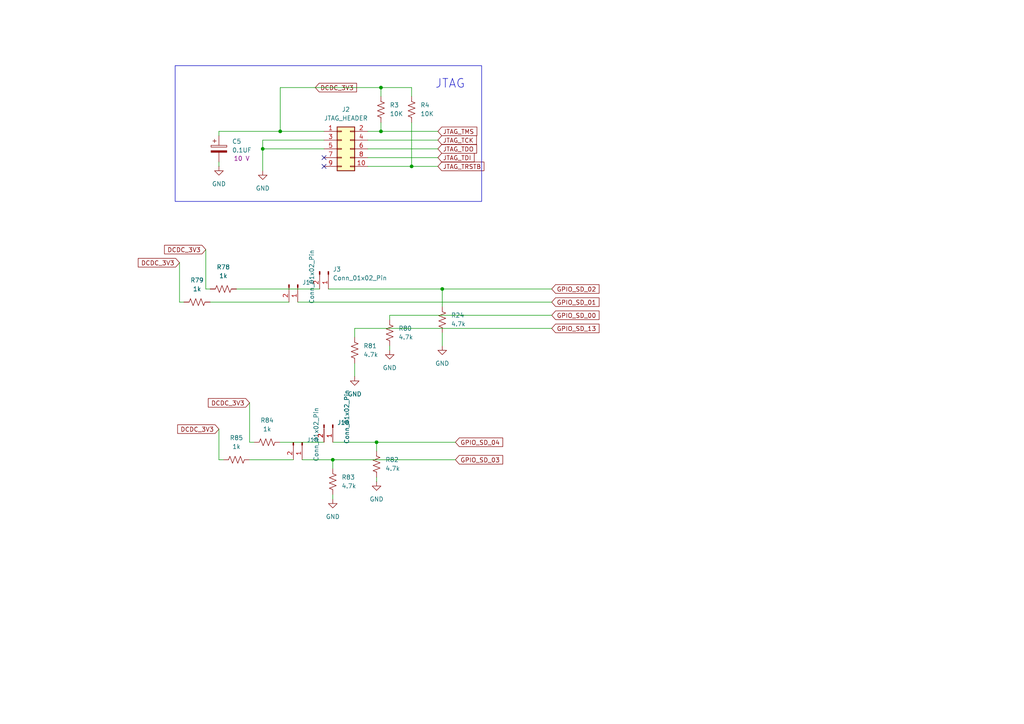
<source format=kicad_sch>
(kicad_sch (version 20231120) (generator "eeschema") (generator_version "8.0")
  (paper "A4")
  (lib_symbols
    (symbol "Connector:Conn_01x02_Pin" (pin_names (offset 1.016) hide)
      (property "Reference" "J" (at 0 2.54 0))
      (property "Value" "Conn_01x02_Pin" (at 0 -5.08 0))
      (symbol "Conn_01x02_Pin_1_1"
        (polyline (pts (xy 1.27 -2.54) (xy 0.8636 -2.54)) (stroke (width 0.1524)))
        (polyline (pts (xy 1.27 0) (xy 0.8636 0)) (stroke (width 0.1524)))
        (rectangle (start 0.8636 -2.413) (end 0 -2.667) (stroke (width 0.1524)) (fill (type outline)))
        (rectangle (start 0.8636 0.127) (end 0 -0.127) (stroke (width 0.1524)) (fill (type outline)))
        (pin passive line (at 5.08 0 180) (length 3.81) (name "Pin_1") (number "1"))
        (pin passive line (at 5.08 -2.54 180) (length 3.81) (name "Pin_2") (number "2"))
      )
    )
    (symbol "Connector_Generic:Conn_02x05_Odd_Even" (pin_names (offset 1.016) hide)
      (property "Reference" "J" (at 1.27 7.62 0))
      (property "Value" "Conn_02x05_Odd_Even" (at 1.27 -7.62 0))
      (symbol "Conn_02x05_Odd_Even_1_1"
        (rectangle (start -1.27 -4.953) (end 0 -5.207) (stroke (width 0.1524)))
        (rectangle (start -1.27 -2.413) (end 0 -2.667) (stroke (width 0.1524)))
        (rectangle (start -1.27 0.127) (end 0 -0.127) (stroke (width 0.1524)))
        (rectangle (start -1.27 2.667) (end 0 2.413) (stroke (width 0.1524)))
        (rectangle (start -1.27 5.207) (end 0 4.953) (stroke (width 0.1524)))
        (rectangle (start -1.27 6.35) (end 3.81 -6.35) (stroke (width 0.254)) (fill (type background)))
        (rectangle (start 3.81 -4.953) (end 2.54 -5.207) (stroke (width 0.1524)))
        (rectangle (start 3.81 -2.413) (end 2.54 -2.667) (stroke (width 0.1524)))
        (rectangle (start 3.81 0.127) (end 2.54 -0.127) (stroke (width 0.1524)))
        (rectangle (start 3.81 2.667) (end 2.54 2.413) (stroke (width 0.1524)))
        (rectangle (start 3.81 5.207) (end 2.54 4.953) (stroke (width 0.1524)))
        (pin passive line (at -5.08 5.08 0) (length 3.81) (name "Pin_1") (number "1"))
        (pin passive line (at 7.62 -5.08 180) (length 3.81) (name "Pin_10") (number "10"))
        (pin passive line (at 7.62 5.08 180) (length 3.81) (name "Pin_2") (number "2"))
        (pin passive line (at -5.08 2.54 0) (length 3.81) (name "Pin_3") (number "3"))
        (pin passive line (at 7.62 2.54 180) (length 3.81) (name "Pin_4") (number "4"))
        (pin passive line (at -5.08 0 0) (length 3.81) (name "Pin_5") (number "5"))
        (pin passive line (at 7.62 0 180) (length 3.81) (name "Pin_6") (number "6"))
        (pin passive line (at -5.08 -2.54 0) (length 3.81) (name "Pin_7") (number "7"))
        (pin passive line (at 7.62 -2.54 180) (length 3.81) (name "Pin_8") (number "8"))
        (pin passive line (at -5.08 -5.08 0) (length 3.81) (name "Pin_9") (number "9"))
      )
    )
    (symbol "Device:C_Polarized" (pin_numbers hide) (pin_names (offset 0.254))
      (property "Reference" "C" (at 0.635 2.54 0))
      (property "Value" "C_Polarized" (at 0.635 -2.54 0))
      (symbol "C_Polarized_0_1"
        (rectangle (start -2.286 0.508) (end 2.286 1.016))
        (polyline (pts (xy -1.778 2.286) (xy -0.762 2.286)))
        (polyline (pts (xy -1.27 2.794) (xy -1.27 1.778)))
        (rectangle (start 2.286 -0.508) (end -2.286 -1.016) (fill (type outline)))
      )
      (symbol "C_Polarized_1_1"
        (pin passive line (at 0 3.81 270) (length 2.794) (name "~") (number "1"))
        (pin passive line (at 0 -3.81 90) (length 2.794) (name "~") (number "2"))
      )
    )
    (symbol "Device:R_US" (pin_numbers hide) (pin_names (offset 0))
      (property "Reference" "R" (at 2.54 0 90))
      (property "Value" "R_US" (at -2.54 0 90))
      (symbol "R_US_0_1"
        (polyline (pts (xy 0 -2.286) (xy 0 -2.54)))
        (polyline (pts (xy 0 2.286) (xy 0 2.54)))
        (polyline (pts (xy 0 -0.762) (xy 1.016 -1.143) (xy 0 -1.524) (xy -1.016 -1.905) (xy 0 -2.286)))
        (polyline (pts (xy 0 0.762) (xy 1.016 0.381) (xy 0 0) (xy -1.016 -0.381) (xy 0 -0.762)))
        (polyline (pts (xy 0 2.286) (xy 1.016 1.905) (xy 0 1.524) (xy -1.016 1.143) (xy 0 0.762)))
      )
      (symbol "R_US_1_1"
        (pin passive line (at 0 3.81 270) (length 1.27) (name "~") (number "1"))
        (pin passive line (at 0 -3.81 90) (length 1.27) (name "~") (number "2"))
      )
    )
    (symbol "power:GND" (power) (pin_numbers hide) (pin_names (offset 0) hide)
      (property "Value" "GND" (at 0 -3.81 0))
      (symbol "GND_0_1"
        (polyline (pts (xy 0 0) (xy 0 -1.27) (xy 1.27 -1.27) (xy 0 -2.54) (xy -1.27 -1.27) (xy 0 -1.27)))
      )
      (symbol "GND_1_1"
        (pin power_in line (at 0 0 270) (length 0) (name "~") (number "1"))
      )
    )
  )
  (junction (at 110.49 38.1))
  (junction (at 110.49 25.4))
  (junction (at 76.2 43.18))
  (junction (at 96.52 133.35))
  (junction (at 81.28 38.1))
  (junction (at 119.38 48.26))
  (junction (at 109.22 128.27))
  (junction (at 128.27 83.82))
  (no_connect (at 93.98 48.26))
  (no_connect (at 93.98 45.72))
  (wire (pts (xy 72.39 128.27) (xy 73.66 128.27)))
  (wire (pts (xy 119.38 27.94) (xy 119.38 25.4)))
  (wire (pts (xy 52.07 76.2) (xy 52.07 87.63)))
  (wire (pts (xy 128.27 96.52) (xy 128.27 100.33)))
  (wire (pts (xy 63.5 133.35) (xy 64.77 133.35)))
  (wire (pts (xy 76.2 40.64) (xy 76.2 43.18)))
  (wire (pts (xy 68.58 83.82) (xy 92.71 83.82)))
  (wire (pts (xy 63.5 38.1) (xy 63.5 39.37)))
  (wire (pts (xy 102.87 105.41) (xy 102.87 109.22)))
  (wire (pts (xy 72.39 116.84) (xy 72.39 128.27)))
  (wire (pts (xy 110.49 27.94) (xy 110.49 25.4)))
  (wire (pts (xy 87.63 133.35) (xy 96.52 133.35)))
  (wire (pts (xy 128.27 83.82) (xy 160.02 83.82)))
  (wire (pts (xy 106.68 48.26) (xy 119.38 48.26)))
  (wire (pts (xy 96.52 133.35) (xy 96.52 135.89)))
  (wire (pts (xy 113.03 100.33) (xy 113.03 101.6)))
  (wire (pts (xy 72.39 133.35) (xy 85.09 133.35)))
  (wire (pts (xy 102.87 97.79) (xy 102.87 95.25)))
  (wire (pts (xy 110.49 35.56) (xy 110.49 38.1)))
  (wire (pts (xy 93.98 43.18) (xy 76.2 43.18)))
  (wire (pts (xy 106.68 38.1) (xy 110.49 38.1)))
  (wire (pts (xy 119.38 48.26) (xy 127 48.26)))
  (wire (pts (xy 160.02 91.44) (xy 113.03 91.44)))
  (wire (pts (xy 96.52 143.51) (xy 96.52 144.78)))
  (wire (pts (xy 102.87 95.25) (xy 160.02 95.25)))
  (wire (pts (xy 59.69 72.39) (xy 59.69 83.82)))
  (wire (pts (xy 59.69 83.82) (xy 60.96 83.82)))
  (wire (pts (xy 63.5 46.99) (xy 63.5 48.26)))
  (wire (pts (xy 96.52 128.27) (xy 109.22 128.27)))
  (wire (pts (xy 76.2 43.18) (xy 76.2 49.53)))
  (wire (pts (xy 113.03 91.44) (xy 113.03 92.71)))
  (wire (pts (xy 109.22 128.27) (xy 132.08 128.27)))
  (wire (pts (xy 109.22 138.43) (xy 109.22 139.7)))
  (wire (pts (xy 81.28 25.4) (xy 81.28 38.1)))
  (wire (pts (xy 95.25 83.82) (xy 128.27 83.82)))
  (wire (pts (xy 63.5 124.46) (xy 63.5 133.35)))
  (wire (pts (xy 93.98 38.1) (xy 81.28 38.1)))
  (wire (pts (xy 106.68 43.18) (xy 127 43.18)))
  (wire (pts (xy 60.96 87.63) (xy 83.82 87.63)))
  (wire (pts (xy 81.28 38.1) (xy 63.5 38.1)))
  (wire (pts (xy 81.28 128.27) (xy 93.98 128.27)))
  (wire (pts (xy 119.38 25.4) (xy 110.49 25.4)))
  (wire (pts (xy 86.36 87.63) (xy 160.02 87.63)))
  (wire (pts (xy 110.49 25.4) (xy 81.28 25.4)))
  (wire (pts (xy 106.68 40.64) (xy 127 40.64)))
  (wire (pts (xy 128.27 83.82) (xy 128.27 88.9)))
  (wire (pts (xy 93.98 40.64) (xy 76.2 40.64)))
  (wire (pts (xy 106.68 45.72) (xy 127 45.72)))
  (wire (pts (xy 110.49 38.1) (xy 127 38.1)))
  (wire (pts (xy 96.52 133.35) (xy 132.08 133.35)))
  (wire (pts (xy 109.22 128.27) (xy 109.22 130.81)))
  (wire (pts (xy 119.38 35.56) (xy 119.38 48.26)))
  (wire (pts (xy 52.07 87.63) (xy 53.34 87.63)))
  (rectangle (start 50.8 19.05) (end 139.7 58.42))
  (text "JTAG" (at 130.556 24.384 0) (effects (font (size 2.54 2.54))))
  (global_label "DCDC_3V3" (shape input) (at 52.07 76.2 180) (property "Intersheetrefs" "${INTERSHEET_REFS}" (effects (hide yes))))
  (global_label "JTAG_TDI" (shape input) (at 127 45.72 0) (property "Intersheetrefs" "${INTERSHEET_REFS}" (effects (hide yes))))
  (global_label "GPIO_SD_03" (shape input) (at 132.08 133.35 0) (property "Intersheetrefs" "${INTERSHEET_REFS}" (effects (hide yes))))
  (global_label "GPIO_SD_13" (shape input) (at 160.02 95.25 0) (property "Intersheetrefs" "${INTERSHEET_REFS}" (effects (hide yes))))
  (global_label "GPIO_SD_04" (shape input) (at 132.08 128.27 0) (property "Intersheetrefs" "${INTERSHEET_REFS}" (effects (hide yes))))
  (global_label "GPIO_SD_00" (shape input) (at 160.02 91.44 0) (property "Intersheetrefs" "${INTERSHEET_REFS}" (effects (hide yes))))
  (global_label "DCDC_3V3" (shape input) (at 63.5 124.46 180) (property "Intersheetrefs" "${INTERSHEET_REFS}" (effects (hide yes))))
  (global_label "JTAG_TDO" (shape input) (at 127 43.18 0) (property "Intersheetrefs" "${INTERSHEET_REFS}" (effects (hide yes))))
  (global_label "GPIO_SD_01" (shape input) (at 160.02 87.63 0) (property "Intersheetrefs" "${INTERSHEET_REFS}" (effects (hide yes))))
  (global_label "DCDC_3V3" (shape input) (at 72.39 116.84 180) (property "Intersheetrefs" "${INTERSHEET_REFS}" (effects (hide yes))))
  (global_label "JTAG_TRSTB" (shape input) (at 127 48.26 0) (property "Intersheetrefs" "${INTERSHEET_REFS}" (effects (hide yes))))
  (global_label "DCDC_3V3" (shape input) (at 59.69 72.39 180) (property "Intersheetrefs" "${INTERSHEET_REFS}" (effects (hide yes))))
  (global_label "DCDC_3V3" (shape input) (at 91.44 25.4 0) (property "Intersheetrefs" "${INTERSHEET_REFS}" (effects (hide yes))))
  (global_label "JTAG_TCK" (shape input) (at 127 40.64 0) (property "Intersheetrefs" "${INTERSHEET_REFS}" (effects (hide yes))))
  (global_label "GPIO_SD_02" (shape input) (at 160.02 83.82 0) (property "Intersheetrefs" "${INTERSHEET_REFS}" (effects (hide yes))))
  (global_label "JTAG_TMS" (shape input) (at 127 38.1 0) (property "Intersheetrefs" "${INTERSHEET_REFS}" (effects (hide yes))))
  (symbol (lib_id "Device:R_US") (at 77.47 128.27 90) (unit 1)
    (property "Reference" "R84" (at 77.47 121.92 90))
    (property "Value" "1k" (at 77.47 124.46 90))
    (property "Description" "Resistor, US symbol" (effects (hide yes)))
  )
  (symbol (lib_id "Connector:Conn_01x02_Pin") (at 86.36 82.55 270) (unit 1)
    (property "Reference" "J14" (at 87.63 81.9149 90) (effects (justify left)))
    (property "Value" "Conn_01x02_Pin" (at 90.424 72.39 0) (effects (justify left)))
    (property "Description" "Generic connector, single row, 01x02, script generated" (effects (hide yes)))
  )
  (symbol (lib_id "Device:R_US") (at 110.49 31.75 0) (unit 1)
    (property "Reference" "R3" (at 113.03 30.4799 0) (effects (justify left)))
    (property "Value" "10K" (at 113.03 33.0199 0) (effects (justify left)))
    (property "Footprint" "Resistor_SMD:R_0402_1005Metric" (effects (hide yes)))
    (property "Description" "Resistor, US symbol" (effects (hide yes)))
  )
  (symbol (lib_id "Device:R_US") (at 96.52 139.7 0) (unit 1)
    (property "Reference" "R83" (at 99.06 138.4299 0) (effects (justify left)))
    (property "Value" "4.7k" (at 99.06 140.9699 0) (effects (justify left)))
    (property "Description" "Resistor, US symbol" (effects (hide yes)))
  )
  (symbol (lib_id "Connector:Conn_01x02_Pin") (at 87.63 128.27 270) (unit 1)
    (property "Reference" "J15" (at 88.9 127.6349 90) (effects (justify left)))
    (property "Value" "Conn_01x02_Pin" (at 91.694 118.11 0) (effects (justify left)))
    (property "Description" "Generic connector, single row, 01x02, script generated" (effects (hide yes)))
  )
  (symbol (lib_id "Device:C_Polarized") (at 63.5 43.18 0) (unit 1)
    (property "Reference" "C5" (at 67.31 41.0209 0) (effects (justify left)))
    (property "Value" "0.1UF" (at 67.31 43.5609 0) (effects (justify left)))
    (property "Footprint" "Capacitor_SMD:C_0402_1005Metric" (effects (hide yes)))
    (property "Description" "Polarized capacitor" (effects (hide yes)))
    (property "Value2" "10 V" (at 70.104 45.974 0))
    (property "MANUFACTURER" "CC0402KRX5R6BB104" (effects (hide yes)))
  )
  (symbol (lib_id "Connector_Generic:Conn_02x05_Odd_Even") (at 99.06 43.18 0) (unit 1)
    (property "Reference" "J2" (at 100.33 31.75 0))
    (property "Value" "JTAG_HEADER" (at 100.33 34.29 0))
    (property "Description" "Generic connector, double row, 02x05, odd/even pin numbering scheme (row 1 odd numbers, row 2 even numbers), script generated (kicad-library-utils/schlib/autogen/connector/)" (effects (hide yes)))
  )
  (symbol (lib_id "Device:R_US") (at 119.38 31.75 0) (unit 1)
    (property "Reference" "R4" (at 121.92 30.4799 0) (effects (justify left)))
    (property "Value" "10K" (at 121.92 33.0199 0) (effects (justify left)))
    (property "Footprint" "Resistor_SMD:R_0402_1005Metric" (effects (hide yes)))
    (property "Description" "Resistor, US symbol" (effects (hide yes)))
  )
  (symbol (lib_id "power:GND") (at 102.87 109.22 0) (unit 1)
    (property "Reference" "#PWR032" (effects (hide yes)))
    (property "Value" "GND" (at 102.87 114.3 0))
    (property "Description" "Power symbol creates a global label with name \"GND\" , ground" (effects (hide yes)))
  )
  (symbol (lib_id "Device:R_US") (at 102.87 101.6 0) (unit 1)
    (property "Reference" "R81" (at 105.41 100.3299 0) (effects (justify left)))
    (property "Value" "4.7k" (at 105.41 102.8699 0) (effects (justify left)))
    (property "Description" "Resistor, US symbol" (effects (hide yes)))
  )
  (symbol (lib_id "power:GND") (at 76.2 49.53 0) (unit 1)
    (property "Reference" "#PWR010" (effects (hide yes)))
    (property "Value" "GND" (at 76.2 54.61 0))
    (property "Description" "Power symbol creates a global label with name \"GND\" , ground" (effects (hide yes)))
  )
  (symbol (lib_id "Device:R_US") (at 64.77 83.82 90) (unit 1)
    (property "Reference" "R78" (at 64.77 77.47 90))
    (property "Value" "1k" (at 64.77 80.01 90))
    (property "Description" "Resistor, US symbol" (effects (hide yes)))
  )
  (symbol (lib_id "Connector:Conn_01x02_Pin") (at 96.52 123.19 270) (unit 1)
    (property "Reference" "J16" (at 97.79 122.5549 90) (effects (justify left)))
    (property "Value" "Conn_01x02_Pin" (at 100.584 113.03 0) (effects (justify left)))
    (property "Description" "Generic connector, single row, 01x02, script generated" (effects (hide yes)))
  )
  (symbol (lib_id "power:GND") (at 109.22 139.7 0) (unit 1)
    (property "Reference" "#PWR093" (effects (hide yes)))
    (property "Value" "GND" (at 109.22 144.78 0))
    (property "Description" "Power symbol creates a global label with name \"GND\" , ground" (effects (hide yes)))
  )
  (symbol (lib_id "Device:R_US") (at 68.58 133.35 90) (unit 1)
    (property "Reference" "R85" (at 68.58 127 90))
    (property "Value" "1k" (at 68.58 129.54 90))
    (property "Description" "Resistor, US symbol" (effects (hide yes)))
  )
  (symbol (lib_id "power:GND") (at 113.03 101.6 0) (unit 1)
    (property "Reference" "#PWR031" (effects (hide yes)))
    (property "Value" "GND" (at 113.03 106.68 0))
    (property "Description" "Power symbol creates a global label with name \"GND\" , ground" (effects (hide yes)))
  )
  (symbol (lib_id "Device:R_US") (at 57.15 87.63 90) (unit 1)
    (property "Reference" "R79" (at 57.15 81.28 90))
    (property "Value" "1k" (at 57.15 83.82 90))
    (property "Description" "Resistor, US symbol" (effects (hide yes)))
  )
  (symbol (lib_id "Device:R_US") (at 113.03 96.52 0) (unit 1)
    (property "Reference" "R80" (at 115.57 95.2499 0) (effects (justify left)))
    (property "Value" "4.7k" (at 115.57 97.7899 0) (effects (justify left)))
    (property "Description" "Resistor, US symbol" (effects (hide yes)))
  )
  (symbol (lib_id "Device:R_US") (at 128.27 92.71 0) (unit 1)
    (property "Reference" "R24" (at 130.81 91.4399 0) (effects (justify left)))
    (property "Value" "4.7k" (at 130.81 93.9799 0) (effects (justify left)))
    (property "Description" "Resistor, US symbol" (effects (hide yes)))
  )
  (symbol (lib_id "power:GND") (at 128.27 100.33 0) (unit 1)
    (property "Reference" "#PWR011" (effects (hide yes)))
    (property "Value" "GND" (at 128.27 105.41 0))
    (property "Description" "Power symbol creates a global label with name \"GND\" , ground" (effects (hide yes)))
  )
  (symbol (lib_id "Connector:Conn_01x02_Pin") (at 95.25 78.74 270) (unit 1)
    (property "Reference" "J3" (at 96.52 78.1049 90) (effects (justify left)))
    (property "Value" "Conn_01x02_Pin" (at 96.52 80.6449 90) (effects (justify left)))
    (property "Description" "Generic connector, single row, 01x02, script generated" (effects (hide yes)))
  )
  (symbol (lib_id "power:GND") (at 63.5 48.26 0) (unit 1)
    (property "Reference" "#PWR09" (effects (hide yes)))
    (property "Value" "GND" (at 63.5 53.34 0))
    (property "Description" "Power symbol creates a global label with name \"GND\" , ground" (effects (hide yes)))
  )
  (symbol (lib_id "power:GND") (at 96.52 144.78 0) (unit 1)
    (property "Reference" "#PWR094" (effects (hide yes)))
    (property "Value" "GND" (at 96.52 149.86 0))
    (property "Description" "Power symbol creates a global label with name \"GND\" , ground" (effects (hide yes)))
  )
  (symbol (lib_id "Device:R_US") (at 109.22 134.62 0) (unit 1)
    (property "Reference" "R82" (at 111.76 133.3499 0) (effects (justify left)))
    (property "Value" "4.7k" (at 111.76 135.8899 0) (effects (justify left)))
    (property "Description" "Resistor, US symbol" (effects (hide yes)))
  )
)
</source>
